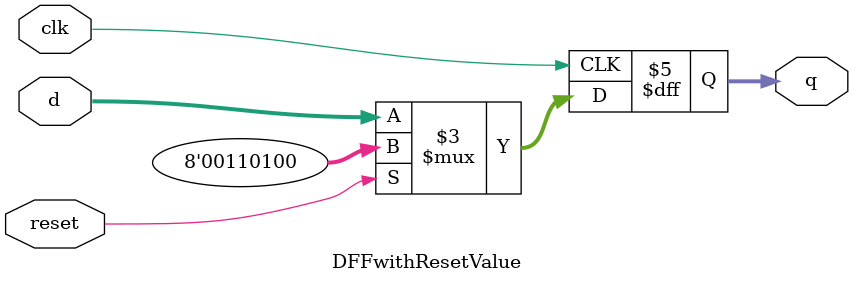
<source format=v>


module DFFwithResetValue
(
  input clk,
  input reset,
  input [7:0] d,
  output [7:0] q
);


  always @(negedge clk) begin
    if(reset) q <= 8'h34; 
    else q <= d;
  end


endmodule


</source>
